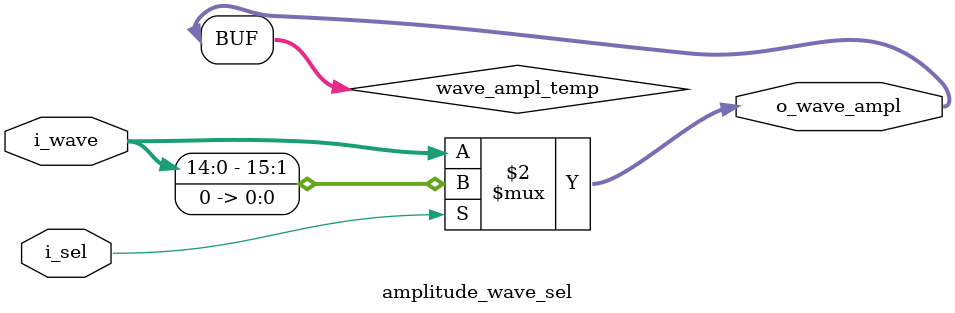
<source format=sv>
module amplitude_wave_sel(
  input  logic [15:0] i_wave,
  input  logic i_sel,
  output logic [15:0] o_wave_ampl
);
  logic [15:0] wave_ampl_temp;
  always_comb begin
    wave_ampl_temp = (i_sel) ? {i_wave[14:0],1'b0} : i_wave;
  end
  assign o_wave_ampl = wave_ampl_temp;
endmodule
</source>
